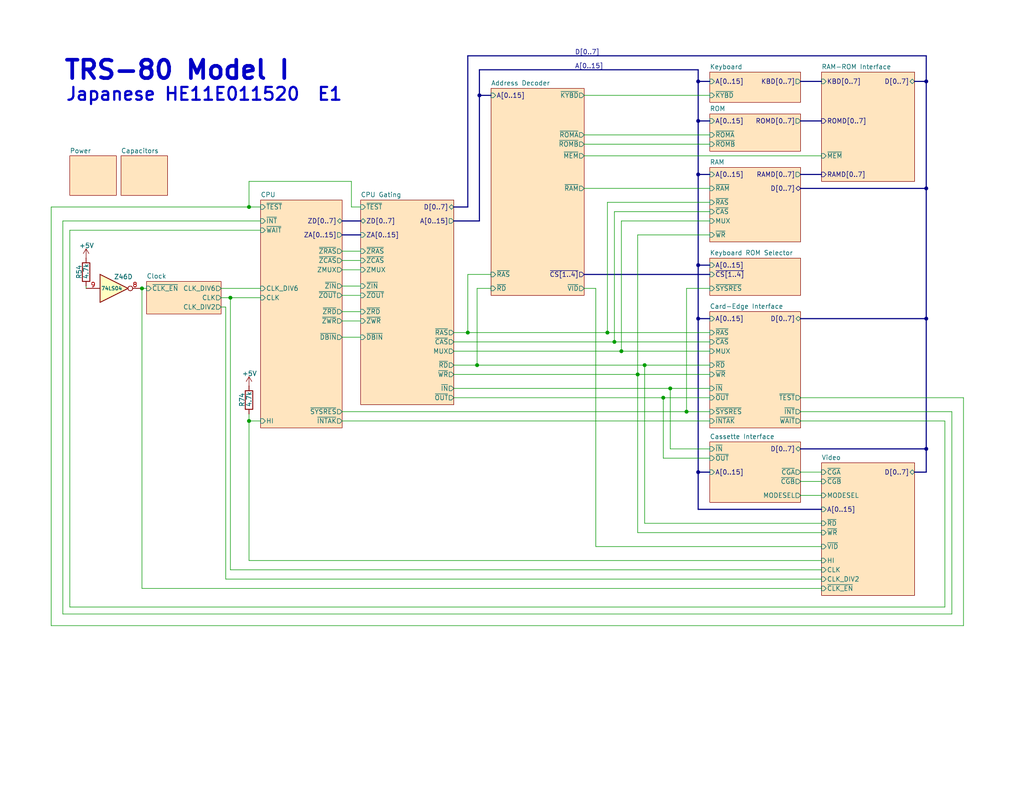
<source format=kicad_sch>
(kicad_sch (version 20250114) (generator "eeschema") (generator_version "9.0")
  (paper "USLetter")
  (title_block (title "TRS-80 Model I Rev HE11E011520") (date "2025-06-14") (rev "E1A") (company "RetroStack - Marcel Erz") (comment 2 "Full overview of the system") (comment 4 "System Overview"))
  (lib_symbols
    (symbol "74xx:74LS04"
      (property "Reference" "U" (at 0 1.27 0))
      (property "Value" "74LS04" (at 0 -1.27 0))
      (symbol "74LS04_1_0"
        (polyline (pts (xy -3.81 3.81) (xy -3.81 -3.81) (xy 3.81 0) (xy -3.81 3.81)) (stroke (width 0.254)) (fill (type background)))
        (pin input line (at -7.62 0 0) (length 3.81) (name "~") (number "1"))
        (pin output inverted (at 7.62 0 180) (length 3.81) (name "~") (number "2"))
      )
      (symbol "74LS04_2_0"
        (polyline (pts (xy -3.81 3.81) (xy -3.81 -3.81) (xy 3.81 0) (xy -3.81 3.81)) (stroke (width 0.254)) (fill (type background)))
        (pin input line (at -7.62 0 0) (length 3.81) (name "~") (number "3"))
        (pin output inverted (at 7.62 0 180) (length 3.81) (name "~") (number "4"))
      )
      (symbol "74LS04_3_0"
        (polyline (pts (xy -3.81 3.81) (xy -3.81 -3.81) (xy 3.81 0) (xy -3.81 3.81)) (stroke (width 0.254)) (fill (type background)))
        (pin input line (at -7.62 0 0) (length 3.81) (name "~") (number "5"))
        (pin output inverted (at 7.62 0 180) (length 3.81) (name "~") (number "6"))
      )
      (symbol "74LS04_4_0"
        (polyline (pts (xy -3.81 3.81) (xy -3.81 -3.81) (xy 3.81 0) (xy -3.81 3.81)) (stroke (width 0.254)) (fill (type background)))
        (pin input line (at -7.62 0 0) (length 3.81) (name "~") (number "9"))
        (pin output inverted (at 7.62 0 180) (length 3.81) (name "~") (number "8"))
      )
      (symbol "74LS04_5_0"
        (polyline (pts (xy -3.81 3.81) (xy -3.81 -3.81) (xy 3.81 0) (xy -3.81 3.81)) (stroke (width 0.254)) (fill (type background)))
        (pin input line (at -7.62 0 0) (length 3.81) (name "~") (number "11"))
        (pin output inverted (at 7.62 0 180) (length 3.81) (name "~") (number "10"))
      )
      (symbol "74LS04_6_0"
        (polyline (pts (xy -3.81 3.81) (xy -3.81 -3.81) (xy 3.81 0) (xy -3.81 3.81)) (stroke (width 0.254)) (fill (type background)))
        (pin input line (at -7.62 0 0) (length 3.81) (name "~") (number "13"))
        (pin output inverted (at 7.62 0 180) (length 3.81) (name "~") (number "12"))
      )
      (symbol "74LS04_7_0"
        (pin power_in line (at 0 12.7 270) (length 5.08) (name "VCC") (number "14"))
        (pin power_in line (at 0 -12.7 90) (length 5.08) (name "GND") (number "7"))
      )
      (symbol "74LS04_7_1"
        (rectangle (start -5.08 7.62) (end 5.08 -7.62) (stroke (width 0.254)) (fill (type background)))
      )
    )
    (symbol "Device:R" (pin_numbers (hide yes)) (pin_names (offset 0))
      (property "Reference" "R" (at 2.032 0 90))
      (property "Value" "R" (at 0 0 90))
      (symbol "R_0_1"
        (rectangle (start -1.016 -2.54) (end 1.016 2.54) (stroke (width 0.254)))
      )
      (symbol "R_1_1"
        (pin passive line (at 0 3.81 270) (length 1.27) (name "~") (number "1"))
        (pin passive line (at 0 -3.81 90) (length 1.27) (name "~") (number "2"))
      )
    )
    (symbol "power:+5V" (power) (pin_numbers (hide yes)) (pin_names (offset 0) (hide yes))
      (property "Value" "+5V" (at 0 3.556 0))
      (symbol "+5V_0_1"
        (polyline (pts (xy -0.762 1.27) (xy 0 2.54)))
        (polyline (pts (xy 0 2.54) (xy 0.762 1.27)))
        (polyline (pts (xy 0 0) (xy 0 2.54)))
      )
      (symbol "+5V_1_1"
        (pin power_in line (at 0 0 90) (length 0) (name "~") (number "1"))
      )
    )
  )
  (text "E1" (at 86.36 27.94 0) (effects (font (size 3.5 3.5) (thickness 0.6) (bold yes)) (justify left bottom)))
  (text "TRS-80 Model I" (at 17.145 22.225 0) (effects (font (size 5 5) (thickness 1) (bold yes)) (justify left bottom)))
  (text "Japanese HE11E011520" (at 17.78 27.94 0) (effects (font (size 3.5 3.5) (thickness 0.6) (bold yes)) (justify left bottom)))
  (junction (at 190.5 72.39))
  (junction (at 182.88 106.045))
  (junction (at 130.81 26.035))
  (junction (at 190.5 33.02))
  (junction (at 130.175 99.695))
  (junction (at 252.73 51.435))
  (junction (at 165.735 90.805))
  (junction (at 38.735 78.74))
  (junction (at 127.635 90.805))
  (junction (at 175.895 99.695))
  (junction (at 167.64 93.345))
  (junction (at 190.5 47.625))
  (junction (at 190.5 128.905))
  (junction (at 252.73 86.995))
  (junction (at 252.73 122.555))
  (junction (at 180.975 108.585))
  (junction (at 173.99 102.235))
  (junction (at 169.545 95.885))
  (junction (at 252.73 22.225))
  (junction (at 187.325 112.395))
  (junction (at 67.945 56.515))
  (junction (at 67.945 114.935))
  (junction (at 62.865 81.28))
  (junction (at 190.5 22.225))
  (junction (at 190.5 86.995))
  (wire (pts (xy 127.635 90.805) (xy 165.735 90.805)))
  (bus (pts (xy 159.385 74.93) (xy 193.675 74.93)))
  (wire (pts (xy 173.99 102.235) (xy 173.99 145.415)))
  (bus (pts (xy 123.825 56.515) (xy 127.635 56.515)))
  (wire (pts (xy 173.99 102.235) (xy 193.675 102.235)))
  (wire (pts (xy 127.635 74.93) (xy 133.985 74.93)))
  (wire (pts (xy 162.56 78.74) (xy 162.56 149.225)))
  (wire (pts (xy 40.005 78.74) (xy 38.735 78.74)))
  (wire (pts (xy 93.345 78.105) (xy 98.425 78.105)))
  (wire (pts (xy 257.81 114.935) (xy 257.81 165.735)))
  (bus (pts (xy 93.345 60.325) (xy 98.425 60.325)))
  (wire (pts (xy 180.975 125.095) (xy 180.975 108.585)))
  (bus (pts (xy 190.5 22.225) (xy 190.5 33.02)))
  (wire (pts (xy 67.945 114.935) (xy 71.12 114.935)))
  (wire (pts (xy 167.64 57.785) (xy 193.675 57.785)))
  (bus (pts (xy 127.635 15.24) (xy 127.635 56.515)))
  (wire (pts (xy 123.825 90.805) (xy 127.635 90.805)))
  (wire (pts (xy 93.345 73.66) (xy 98.425 73.66)))
  (wire (pts (xy 218.44 112.395) (xy 259.715 112.395)))
  (wire (pts (xy 95.885 56.515) (xy 98.425 56.515)))
  (bus (pts (xy 190.5 139.065) (xy 224.155 139.065)))
  (bus (pts (xy 252.73 86.995) (xy 252.73 122.555)))
  (wire (pts (xy 67.945 49.53) (xy 67.945 56.515)))
  (wire (pts (xy 93.345 80.645) (xy 98.425 80.645)))
  (wire (pts (xy 169.545 95.885) (xy 193.675 95.885)))
  (bus (pts (xy 218.44 86.995) (xy 252.73 86.995)))
  (bus (pts (xy 218.44 47.625) (xy 224.155 47.625)))
  (wire (pts (xy 95.885 56.515) (xy 95.885 49.53)))
  (wire (pts (xy 67.945 153.035) (xy 224.155 153.035)))
  (wire (pts (xy 17.145 167.64) (xy 17.145 60.325)))
  (bus (pts (xy 218.44 33.02) (xy 224.155 33.02)))
  (wire (pts (xy 38.735 78.74) (xy 38.735 160.655)))
  (wire (pts (xy 180.975 108.585) (xy 193.675 108.585)))
  (wire (pts (xy 159.385 36.83) (xy 193.675 36.83)))
  (bus (pts (xy 123.825 60.325) (xy 130.81 60.325)))
  (wire (pts (xy 224.155 160.655) (xy 38.735 160.655)))
  (bus (pts (xy 130.81 19.05) (xy 130.81 26.035)))
  (wire (pts (xy 175.895 99.695) (xy 175.895 142.875)))
  (bus (pts (xy 190.5 19.05) (xy 190.5 22.225)))
  (wire (pts (xy 180.975 125.095) (xy 193.675 125.095)))
  (wire (pts (xy 95.885 49.53) (xy 67.945 49.53)))
  (wire (pts (xy 123.825 106.045) (xy 182.88 106.045)))
  (bus (pts (xy 252.73 15.24) (xy 252.73 22.225)))
  (wire (pts (xy 173.99 64.135) (xy 193.675 64.135)))
  (bus (pts (xy 193.675 72.39) (xy 190.5 72.39)))
  (wire (pts (xy 162.56 149.225) (xy 224.155 149.225)))
  (bus (pts (xy 190.5 128.905) (xy 190.5 139.065)))
  (wire (pts (xy 123.825 108.585) (xy 180.975 108.585)))
  (wire (pts (xy 159.385 42.545) (xy 224.155 42.545)))
  (wire (pts (xy 130.175 99.695) (xy 175.895 99.695)))
  (wire (pts (xy 182.88 122.555) (xy 182.88 106.045)))
  (wire (pts (xy 175.895 99.695) (xy 193.675 99.695)))
  (wire (pts (xy 262.89 170.815) (xy 13.97 170.815)))
  (wire (pts (xy 169.545 60.325) (xy 193.675 60.325)))
  (wire (pts (xy 93.345 114.935) (xy 193.675 114.935)))
  (wire (pts (xy 169.545 60.325) (xy 169.545 95.885)))
  (wire (pts (xy 127.635 74.93) (xy 127.635 90.805)))
  (wire (pts (xy 60.325 81.28) (xy 62.865 81.28)))
  (wire (pts (xy 159.385 26.035) (xy 193.675 26.035)))
  (wire (pts (xy 167.64 57.785) (xy 167.64 93.345)))
  (wire (pts (xy 182.88 122.555) (xy 193.675 122.555)))
  (wire (pts (xy 187.325 78.74) (xy 187.325 112.395)))
  (bus (pts (xy 249.555 128.905) (xy 252.73 128.905)))
  (bus (pts (xy 93.345 64.135) (xy 98.425 64.135)))
  (bus (pts (xy 190.5 33.02) (xy 193.675 33.02)))
  (wire (pts (xy 218.44 128.905) (xy 224.155 128.905)))
  (bus (pts (xy 190.5 47.625) (xy 190.5 72.39)))
  (wire (pts (xy 175.895 142.875) (xy 224.155 142.875)))
  (wire (pts (xy 130.175 78.74) (xy 130.175 99.695)))
  (bus (pts (xy 190.5 47.625) (xy 193.675 47.625)))
  (wire (pts (xy 218.44 135.255) (xy 224.155 135.255)))
  (wire (pts (xy 17.145 60.325) (xy 71.12 60.325)))
  (bus (pts (xy 190.5 128.905) (xy 193.675 128.905)))
  (wire (pts (xy 167.64 93.345) (xy 193.675 93.345)))
  (wire (pts (xy 165.735 55.245) (xy 193.675 55.245)))
  (wire (pts (xy 67.945 114.935) (xy 67.945 153.035)))
  (wire (pts (xy 93.345 87.63) (xy 98.425 87.63)))
  (wire (pts (xy 259.715 167.64) (xy 17.145 167.64)))
  (wire (pts (xy 165.735 90.805) (xy 193.675 90.805)))
  (wire (pts (xy 60.325 78.74) (xy 71.12 78.74)))
  (wire (pts (xy 224.155 155.575) (xy 62.865 155.575)))
  (bus (pts (xy 127.635 15.24) (xy 252.73 15.24)))
  (bus (pts (xy 130.81 26.035) (xy 133.985 26.035)))
  (wire (pts (xy 259.715 112.395) (xy 259.715 167.64)))
  (wire (pts (xy 67.945 114.935) (xy 67.945 113.03)))
  (wire (pts (xy 67.945 56.515) (xy 71.12 56.515)))
  (wire (pts (xy 123.825 93.345) (xy 167.64 93.345)))
  (wire (pts (xy 23.495 78.74) (xy 23.495 78.105)))
  (wire (pts (xy 93.345 112.395) (xy 187.325 112.395)))
  (bus (pts (xy 249.555 22.225) (xy 252.73 22.225)))
  (bus (pts (xy 130.81 19.05) (xy 190.5 19.05)))
  (bus (pts (xy 190.5 86.995) (xy 190.5 128.905)))
  (bus (pts (xy 130.81 26.035) (xy 130.81 60.325)))
  (wire (pts (xy 62.865 81.28) (xy 62.865 155.575)))
  (bus (pts (xy 190.5 86.995) (xy 193.675 86.995)))
  (bus (pts (xy 252.73 51.435) (xy 252.73 86.995)))
  (wire (pts (xy 93.345 71.12) (xy 98.425 71.12)))
  (wire (pts (xy 159.385 51.435) (xy 193.675 51.435)))
  (wire (pts (xy 93.345 68.58) (xy 98.425 68.58)))
  (wire (pts (xy 62.865 81.28) (xy 71.12 81.28)))
  (wire (pts (xy 123.825 102.235) (xy 173.99 102.235)))
  (bus (pts (xy 190.5 72.39) (xy 190.5 86.995)))
  (wire (pts (xy 173.99 145.415) (xy 224.155 145.415)))
  (bus (pts (xy 252.73 122.555) (xy 252.73 128.905)))
  (wire (pts (xy 93.345 85.09) (xy 98.425 85.09)))
  (wire (pts (xy 123.825 99.695) (xy 130.175 99.695)))
  (bus (pts (xy 218.44 22.225) (xy 224.155 22.225)))
  (wire (pts (xy 182.88 106.045) (xy 193.675 106.045)))
  (wire (pts (xy 257.81 165.735) (xy 19.05 165.735)))
  (wire (pts (xy 187.325 78.74) (xy 193.675 78.74)))
  (bus (pts (xy 218.44 122.555) (xy 252.73 122.555)))
  (wire (pts (xy 19.05 165.735) (xy 19.05 62.865)))
  (wire (pts (xy 262.89 108.585) (xy 262.89 170.815)))
  (wire (pts (xy 13.97 56.515) (xy 67.945 56.515)))
  (wire (pts (xy 159.385 39.37) (xy 193.675 39.37)))
  (wire (pts (xy 165.735 55.245) (xy 165.735 90.805)))
  (wire (pts (xy 218.44 131.445) (xy 224.155 131.445)))
  (bus (pts (xy 252.73 22.225) (xy 252.73 51.435)))
  (wire (pts (xy 13.97 170.815) (xy 13.97 56.515)))
  (wire (pts (xy 61.595 83.82) (xy 61.595 158.115)))
  (bus (pts (xy 190.5 33.02) (xy 190.5 47.625)))
  (wire (pts (xy 218.44 114.935) (xy 257.81 114.935)))
  (wire (pts (xy 187.325 112.395) (xy 193.675 112.395)))
  (wire (pts (xy 123.825 95.885) (xy 169.545 95.885)))
  (wire (pts (xy 61.595 158.115) (xy 224.155 158.115)))
  (wire (pts (xy 173.99 64.135) (xy 173.99 102.235)))
  (wire (pts (xy 159.385 78.74) (xy 162.56 78.74)))
  (bus (pts (xy 190.5 22.225) (xy 193.675 22.225)))
  (wire (pts (xy 130.175 78.74) (xy 133.985 78.74)))
  (wire (pts (xy 93.345 92.075) (xy 98.425 92.075)))
  (wire (pts (xy 218.44 108.585) (xy 262.89 108.585)))
  (bus (pts (xy 218.44 51.435) (xy 252.73 51.435)))
  (wire (pts (xy 61.595 83.82) (xy 60.325 83.82)))
  (wire (pts (xy 19.05 62.865) (xy 71.12 62.865)))
  (label "A[0..15]" (at 156.845 19.05 0))
  (label "D[0..7]" (at 156.845 15.24 0))
  (symbol (lib_id "power:+5V") (at 67.945 105.41 0) (unit 1)
    (property "Reference" "#PWR04" (effects (hide yes)))
    (property "Value" "+5V" (at 68.072 101.981 0))
    (property "Description" "Power symbol creates a global label with name \"+5V\"" (effects (hide yes)))
  )
  (symbol (lib_id "Device:R") (at 23.495 74.295 0) (unit 1)
    (property "Reference" "R54" (at 21.59 76.2 90) (effects (justify left)))
    (property "Value" "4.7k" (at 23.495 76.2 90) (effects (justify left)))
    (property "Footprint" "Library:TRS80_Model_I_R_0.25W_Jap" (effects (hide yes)))
    (property "Description" "Resistor" (effects (hide yes)))
  )
  (symbol (lib_id "power:+5V") (at 23.495 70.485 0) (unit 1)
    (property "Reference" "#PWR03" (effects (hide yes)))
    (property "Value" "+5V" (at 23.622 67.056 0))
    (property "Description" "Power symbol creates a global label with name \"+5V\"" (effects (hide yes)))
  )
  (symbol (lib_id "Device:R") (at 67.945 109.22 0) (unit 1)
    (property "Reference" "R74" (at 66.04 111.125 90) (effects (justify left)))
    (property "Value" "4.7k" (at 67.945 111.125 90) (effects (justify left)))
    (property "Footprint" "Library:TRS80_Model_I_R_0.25W_Jap" (effects (hide yes)))
  )
  (symbol (lib_id "74xx:74LS04") (at 31.115 78.74 0) (unit 4)
    (property "Reference" "Z46" (at 33.655 75.565 0))
    (property "Value" "74LS04" (at 30.48 78.74 0) (effects (font (size 1 1))))
    (property "Footprint" "Library:TRS80_Model_I_DIP14_Jap" (effects (hide yes)))
    (property "Datasheet" "http://www.ti.com/lit/gpn/sn74LS04" (effects (hide yes)))
    (property "Description" "Hex Inverter" (effects (hide yes)))
  )
  (sheet (at 71.12 54.61) (size 22.225 62.23) (stroke (width 0.1524)) (fill (color 255 229 191 1.0000))
    (property "Sheetname" "CPU" (at 71.12 53.8984 0) (effects (justify left bottom)))
    (property "Sheetfile" "CPU.kicad_sch" (effects (hide yes)))
    (pin "~{INT}" input (at 71.12 60.325 180))
    (pin "~{TEST}" input (at 71.12 56.515 180))
    (pin "~{INTAK}" output (at 93.345 114.935 0))
    (pin "HI" input (at 71.12 114.935 180))
    (pin "ZMUX" output (at 93.345 73.66 0))
    (pin "~{ZCAS}" output (at 93.345 71.12 0))
    (pin "ZD[0..7]" bidirectional (at 93.345 60.325 0))
    (pin "CLK" input (at 71.12 81.28 180))
    (pin "~{SYSRES}" output (at 93.345 112.395 0))
    (pin "ZA[0..15]" output (at 93.345 64.135 0))
    (pin "~{WAIT}" input (at 71.12 62.865 180))
    (pin "~{DBIN}" output (at 93.345 92.075 0))
    (pin "~{ZOUT}" output (at 93.345 80.645 0))
    (pin "~{ZWR}" output (at 93.345 87.63 0))
    (pin "~{ZRD}" output (at 93.345 85.09 0))
    (pin "~{ZIN}" output (at 93.345 78.105 0))
    (pin "~{ZRAS}" output (at 93.345 68.58 0))
    (pin "CLK_DIV6" input (at 71.12 78.74 180))
  )
  (sheet (at 224.155 126.365) (size 25.4 36.195) (stroke (width 0.1524)) (fill (color 255 229 191 1.0000))
    (property "Sheetname" "Video" (at 224.155 125.6534 0) (effects (justify left bottom)))
    (property "Sheetfile" "Video.kicad_sch" (effects (hide yes)))
    (pin "A[0..15]" input (at 224.155 139.065 180))
    (pin "MODESEL" input (at 224.155 135.255 180))
    (pin "HI" input (at 224.155 153.035 180))
    (pin "~{CLK_EN}" input (at 224.155 160.655 180))
    (pin "CLK" input (at 224.155 155.575 180))
    (pin "~{RD}" input (at 224.155 142.875 180))
    (pin "~{VID}" input (at 224.155 149.225 180))
    (pin "~{WR}" input (at 224.155 145.415 180))
    (pin "D[0..7]" bidirectional (at 249.555 128.905 0))
    (pin "~{CGB}" input (at 224.155 131.445 180))
    (pin "~{CGA}" input (at 224.155 128.905 180))
    (pin "CLK_DIV2" input (at 224.155 158.115 180))
  )
  (sheet (at 40.005 76.835) (size 20.32 8.89) (stroke (width 0.1524)) (fill (color 255 229 191 1.0000))
    (property "Sheetname" "Clock" (at 40.005 76.1234 0) (effects (justify left bottom)))
    (property "Sheetfile" "Clock.kicad_sch" (effects (hide yes)))
    (pin "CLK" output (at 60.325 81.28 0))
    (pin "CLK_DIV6" output (at 60.325 78.74 0))
    (pin "CLK_DIV2" output (at 60.325 83.82 0))
    (pin "~{CLK_EN}" input (at 40.005 78.74 180))
  )
  (sheet (at 193.675 70.485) (size 24.765 10.16) (stroke (width 0.1524)) (fill (color 255 229 191 1.0000))
    (property "Sheetname" "Keyboard ROM Selector" (at 193.675 69.7734 0) (effects (justify left bottom)))
    (property "Sheetfile" "KeyboardROMSelector.kicad_sch" (effects (hide yes)))
    (pin "A[0..15]" input (at 193.675 72.39 180))
    (pin "~{CS[1..4]}" input (at 193.675 74.93 180))
    (pin "~{SYSRES}" input (at 193.675 78.74 180))
  )
  (sheet (at 193.675 45.72) (size 24.765 20.32) (stroke (width 0.1524)) (fill (color 255 229 191 1.0000))
    (property "Sheetname" "RAM" (at 193.675 45.0084 0) (effects (justify left bottom)))
    (property "Sheetfile" "RAM.kicad_sch" (effects (hide yes)))
    (pin "~{WR}" input (at 193.675 64.135 180))
    (pin "~{RAM}" input (at 193.675 51.435 180))
    (pin "D[0..7]" bidirectional (at 218.44 51.435 0))
    (pin "A[0..15]" input (at 193.675 47.625 180))
    (pin "~{CAS}" input (at 193.675 57.785 180))
    (pin "MUX" input (at 193.675 60.325 180))
    (pin "~{RAS}" input (at 193.675 55.245 180))
    (pin "RAMD[0..7]" output (at 218.44 47.625 0))
  )
  (sheet (at 193.675 120.65) (size 24.765 16.51) (stroke (width 0.1524)) (fill (color 255 229 191 1.0000))
    (property "Sheetname" "Cassette Interface" (at 193.675 119.9384 0) (effects (justify left bottom)))
    (property "Sheetfile" "Cassette.kicad_sch" (effects (hide yes)))
    (pin "A[0..15]" input (at 193.675 128.905 180))
    (pin "~{OUT}" input (at 193.675 125.095 180))
    (pin "~{IN}" input (at 193.675 122.555 180))
    (pin "D[0..7]" bidirectional (at 218.44 122.555 0))
    (pin "MODESEL" output (at 218.44 135.255 0))
    (pin "~{CGA}" output (at 218.44 128.905 0))
    (pin "~{CGB}" output (at 218.44 131.445 0))
  )
  (sheet (at 224.155 19.685) (size 25.4 29.845) (stroke (width 0.1524)) (fill (color 255 229 191 1.0000))
    (property "Sheetname" "RAM-ROM Interface" (at 224.155 18.9734 0) (effects (justify left bottom)))
    (property "Sheetfile" "RAM_ROM_Interface.kicad_sch" (effects (hide yes)))
    (pin "D[0..7]" bidirectional (at 249.555 22.225 0))
    (pin "ROMD[0..7]" input (at 224.155 33.02 180))
    (pin "~{MEM}" input (at 224.155 42.545 180))
    (pin "RAMD[0..7]" input (at 224.155 47.625 180))
    (pin "KBD[0..7]" input (at 224.155 22.225 180))
  )
  (sheet (at 193.675 31.115) (size 24.765 10.16) (stroke (width 0.1524)) (fill (color 255 229 191 1.0000))
    (property "Sheetname" "ROM" (at 193.675 30.4034 0) (effects (justify left bottom)))
    (property "Sheetfile" "ROM.kicad_sch" (effects (hide yes)))
    (pin "ROMD[0..7]" output (at 218.44 33.02 0))
    (pin "~{ROMA}" input (at 193.675 36.83 180))
    (pin "A[0..15]" input (at 193.675 33.02 180))
    (pin "~{ROMB}" input (at 193.675 39.37 180))
  )
  (sheet (at 33.02 42.545) (size 12.7 10.795) (stroke (width 0.1524)) (fill (color 255 229 191 1.0000))
    (property "Sheetname" "Capacitors" (at 33.02 41.91 0) (effects (justify left bottom)))
    (property "Sheetfile" "Capacitors.kicad_sch" (effects (hide yes)))
  )
  (sheet (at 133.985 24.13) (size 25.4 56.515) (stroke (width 0.1524)) (fill (color 255 229 191 1.0000))
    (property "Sheetname" "Address Decoder" (at 133.985 23.4184 0) (effects (justify left bottom)))
    (property "Sheetfile" "AddressDecoder.kicad_sch" (effects (hide yes)))
    (pin "~{VID}" output (at 159.385 78.74 0))
    (pin "~{KYBD}" output (at 159.385 26.035 0))
    (pin "~{ROMB}" output (at 159.385 39.37 0))
    (pin "~{RAM}" output (at 159.385 51.435 0))
    (pin "~{MEM}" output (at 159.385 42.545 0))
    (pin "~{RD}" input (at 133.985 78.74 180))
    (pin "~{RAS}" input (at 133.985 74.93 180))
    (pin "~{ROMA}" output (at 159.385 36.83 0))
    (pin "A[0..15]" input (at 133.985 26.035 180))
    (pin "~{CS[1..4]}" output (at 159.385 74.93 0))
  )
  (sheet (at 193.675 19.685) (size 24.765 8.255) (stroke (width 0.1524)) (fill (color 255 229 191 1.0000))
    (property "Sheetname" "Keyboard" (at 193.675 18.9734 0) (effects (justify left bottom)))
    (property "Sheetfile" "Keyboard.kicad_sch" (effects (hide yes)))
    (pin "~{KYBD}" input (at 193.675 26.035 180))
    (pin "KBD[0..7]" output (at 218.44 22.225 0))
    (pin "A[0..15]" input (at 193.675 22.225 180))
  )
  (sheet (at 193.675 85.09) (size 24.765 31.75) (stroke (width 0.1524)) (fill (color 255 229 191 1.0000))
    (property "Sheetname" "Card-Edge Interface" (at 193.675 84.3784 0) (effects (justify left bottom)))
    (property "Sheetfile" "CardEdgeInterface.kicad_sch" (effects (hide yes)))
    (pin "~{RAS}" input (at 193.675 90.805 180))
    (pin "~{CAS}" input (at 193.675 93.345 180))
    (pin "~{SYSRES}" input (at 193.675 112.395 180))
    (pin "~{INTAK}" input (at 193.675 114.935 180))
    (pin "~{OUT}" input (at 193.675 108.585 180))
    (pin "MUX" input (at 193.675 95.885 180))
    (pin "~{RD}" input (at 193.675 99.695 180))
    (pin "~{WR}" input (at 193.675 102.235 180))
    (pin "A[0..15]" input (at 193.675 86.995 180))
    (pin "D[0..7]" bidirectional (at 218.44 86.995 0))
    (pin "~{IN}" input (at 193.675 106.045 180))
    (pin "~{WAIT}" output (at 218.44 114.935 0))
    (pin "~{INT}" output (at 218.44 112.395 0))
    (pin "~{TEST}" output (at 218.44 108.585 0))
  )
  (sheet (at 98.425 54.61) (size 25.4 55.88) (stroke (width 0.1524)) (fill (color 255 229 191 1.0000))
    (property "Sheetname" "CPU Gating" (at 98.425 53.8984 0) (effects (justify left bottom)))
    (property "Sheetfile" "CPUGating.kicad_sch" (effects (hide yes)))
    (pin "ZA[0..15]" input (at 98.425 64.135 180))
    (pin "~{TEST}" input (at 98.425 56.515 180))
    (pin "A[0..15]" output (at 123.825 60.325 0))
    (pin "~{RD}" output (at 123.825 99.695 0))
    (pin "~{WR}" output (at 123.825 102.235 0))
    (pin "~{ZRD}" input (at 98.425 85.09 180))
    (pin "~{ZWR}" input (at 98.425 87.63 180))
    (pin "~{ZCAS}" input (at 98.425 71.12 180))
    (pin "ZMUX" input (at 98.425 73.66 180))
    (pin "~{IN}" output (at 123.825 106.045 0))
    (pin "~{ZIN}" input (at 98.425 78.105 180))
    (pin "~{OUT}" output (at 123.825 108.585 0))
    (pin "~{ZOUT}" input (at 98.425 80.645 180))
    (pin "MUX" output (at 123.825 95.885 0))
    (pin "~{CAS}" output (at 123.825 93.345 0))
    (pin "ZD[0..7]" bidirectional (at 98.425 60.325 180))
    (pin "~{DBIN}" input (at 98.425 92.075 180))
    (pin "D[0..7]" bidirectional (at 123.825 56.515 0))
    (pin "~{ZRAS}" input (at 98.425 68.58 180))
    (pin "~{RAS}" output (at 123.825 90.805 0))
  )
  (sheet (at 19.05 42.545) (size 12.7 10.795) (stroke (width 0.1524)) (fill (color 255 229 191 1.0000))
    (property "Sheetname" "Power" (at 19.05 41.91 0) (effects (justify left bottom)))
    (property "Sheetfile" "Power.kicad_sch" (effects (hide yes)))
  )
)
</source>
